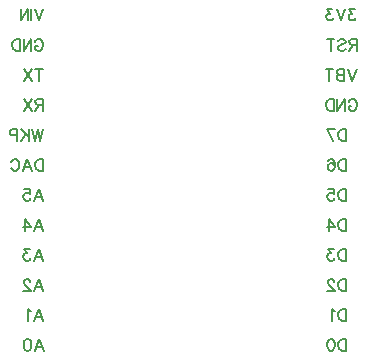
<source format=gbo>
G04 Layer: BottomSilkLayer*
G04 EasyEDA v6.3.53, 2020-06-18T19:39:47--4:00*
G04 e7e3e9cc35ab4c03949e4311758ff5c7,7c2c677999ea4ec384e77b3a21fa14ba,10*
G04 Gerber Generator version 0.2*
G04 Scale: 100 percent, Rotated: No, Reflected: No *
G04 Dimensions in millimeters *
G04 leading zeros omitted , absolute positions ,3 integer and 3 decimal *
%FSLAX33Y33*%
%MOMM*%
G90*
G71D02*

%ADD19C,0.152400*%
%ADD20C,0.144780*%

%LPD*%
G54D19*
G01X32893Y43099D02*
G01X32893Y42129D01*
G01X32893Y43099D02*
G01X32569Y43099D01*
G01X32431Y43053D01*
G01X32338Y42960D01*
G01X32292Y42868D01*
G01X32246Y42729D01*
G01X32246Y42498D01*
G01X32292Y42360D01*
G01X32338Y42267D01*
G01X32431Y42175D01*
G01X32569Y42129D01*
G01X32893Y42129D01*
G01X31664Y43099D02*
G01X31803Y43053D01*
G01X31895Y42914D01*
G01X31941Y42683D01*
G01X31941Y42545D01*
G01X31895Y42314D01*
G01X31803Y42175D01*
G01X31664Y42129D01*
G01X31572Y42129D01*
G01X31433Y42175D01*
G01X31341Y42314D01*
G01X31295Y42545D01*
G01X31295Y42683D01*
G01X31341Y42914D01*
G01X31433Y43053D01*
G01X31572Y43099D01*
G01X31664Y43099D01*
G01X6920Y43099D02*
G01X7289Y42129D01*
G01X6920Y43099D02*
G01X6550Y42129D01*
G01X7151Y42452D02*
G01X6689Y42452D01*
G01X5969Y43099D02*
G01X6107Y43053D01*
G01X6199Y42914D01*
G01X6246Y42683D01*
G01X6246Y42545D01*
G01X6199Y42314D01*
G01X6107Y42175D01*
G01X5969Y42129D01*
G01X5876Y42129D01*
G01X5738Y42175D01*
G01X5645Y42314D01*
G01X5599Y42545D01*
G01X5599Y42683D01*
G01X5645Y42914D01*
G01X5738Y43053D01*
G01X5876Y43099D01*
G01X5969Y43099D01*
G54D20*
G01X33633Y71011D02*
G01X33150Y71011D01*
G01X33413Y70660D01*
G01X33282Y70660D01*
G01X33194Y70616D01*
G01X33150Y70572D01*
G01X33106Y70441D01*
G01X33106Y70353D01*
G01X33150Y70221D01*
G01X33238Y70134D01*
G01X33370Y70090D01*
G01X33501Y70090D01*
G01X33633Y70134D01*
G01X33677Y70177D01*
G01X33721Y70265D01*
G01X32817Y71011D02*
G01X32466Y70090D01*
G01X32115Y71011D02*
G01X32466Y70090D01*
G01X31737Y71011D02*
G01X31255Y71011D01*
G01X31518Y70660D01*
G01X31387Y70660D01*
G01X31299Y70616D01*
G01X31255Y70572D01*
G01X31211Y70441D01*
G01X31211Y70353D01*
G01X31255Y70221D01*
G01X31343Y70134D01*
G01X31474Y70090D01*
G01X31606Y70090D01*
G01X31737Y70134D01*
G01X31781Y70177D01*
G01X31825Y70265D01*
G54D19*
G01X33807Y68499D02*
G01X33807Y67529D01*
G01X33807Y68499D02*
G01X33391Y68499D01*
G01X33253Y68453D01*
G01X33207Y68406D01*
G01X33160Y68314D01*
G01X33160Y68222D01*
G01X33207Y68129D01*
G01X33253Y68083D01*
G01X33391Y68037D01*
G01X33807Y68037D01*
G01X33484Y68037D02*
G01X33160Y67529D01*
G01X32209Y68360D02*
G01X32301Y68453D01*
G01X32440Y68499D01*
G01X32625Y68499D01*
G01X32763Y68453D01*
G01X32856Y68360D01*
G01X32856Y68268D01*
G01X32809Y68175D01*
G01X32763Y68129D01*
G01X32671Y68083D01*
G01X32394Y67991D01*
G01X32301Y67945D01*
G01X32255Y67898D01*
G01X32209Y67806D01*
G01X32209Y67667D01*
G01X32301Y67575D01*
G01X32440Y67529D01*
G01X32625Y67529D01*
G01X32763Y67575D01*
G01X32856Y67667D01*
G01X31581Y68499D02*
G01X31581Y67529D01*
G01X31904Y68499D02*
G01X31258Y68499D01*
G01X33807Y65959D02*
G01X33437Y64989D01*
G01X33068Y65959D02*
G01X33437Y64989D01*
G01X32763Y65959D02*
G01X32763Y64989D01*
G01X32763Y65959D02*
G01X32348Y65959D01*
G01X32209Y65913D01*
G01X32163Y65866D01*
G01X32117Y65774D01*
G01X32117Y65682D01*
G01X32163Y65589D01*
G01X32209Y65543D01*
G01X32348Y65497D01*
G01X32763Y65497D02*
G01X32348Y65497D01*
G01X32209Y65451D01*
G01X32163Y65405D01*
G01X32117Y65312D01*
G01X32117Y65174D01*
G01X32163Y65081D01*
G01X32209Y65035D01*
G01X32348Y64989D01*
G01X32763Y64989D01*
G01X31489Y65959D02*
G01X31489Y64989D01*
G01X31812Y65959D02*
G01X31165Y65959D01*
G01X33114Y63188D02*
G01X33160Y63280D01*
G01X33253Y63373D01*
G01X33345Y63419D01*
G01X33530Y63419D01*
G01X33622Y63373D01*
G01X33715Y63280D01*
G01X33761Y63188D01*
G01X33807Y63049D01*
G01X33807Y62818D01*
G01X33761Y62680D01*
G01X33715Y62587D01*
G01X33622Y62495D01*
G01X33530Y62449D01*
G01X33345Y62449D01*
G01X33253Y62495D01*
G01X33160Y62587D01*
G01X33114Y62680D01*
G01X33114Y62818D01*
G01X33345Y62818D02*
G01X33114Y62818D01*
G01X32809Y63419D02*
G01X32809Y62449D01*
G01X32809Y63419D02*
G01X32163Y62449D01*
G01X32163Y63419D02*
G01X32163Y62449D01*
G01X31858Y63419D02*
G01X31858Y62449D01*
G01X31858Y63419D02*
G01X31535Y63419D01*
G01X31396Y63373D01*
G01X31304Y63280D01*
G01X31258Y63188D01*
G01X31211Y63049D01*
G01X31211Y62818D01*
G01X31258Y62680D01*
G01X31304Y62587D01*
G01X31396Y62495D01*
G01X31535Y62449D01*
G01X31858Y62449D01*
G01X32893Y60879D02*
G01X32893Y59909D01*
G01X32893Y60879D02*
G01X32569Y60879D01*
G01X32431Y60833D01*
G01X32338Y60740D01*
G01X32292Y60648D01*
G01X32246Y60509D01*
G01X32246Y60278D01*
G01X32292Y60140D01*
G01X32338Y60047D01*
G01X32431Y59955D01*
G01X32569Y59909D01*
G01X32893Y59909D01*
G01X31295Y60879D02*
G01X31756Y59909D01*
G01X31941Y60879D02*
G01X31295Y60879D01*
G01X32893Y58339D02*
G01X32893Y57369D01*
G01X32893Y58339D02*
G01X32569Y58339D01*
G01X32431Y58293D01*
G01X32338Y58200D01*
G01X32292Y58108D01*
G01X32246Y57969D01*
G01X32246Y57738D01*
G01X32292Y57600D01*
G01X32338Y57507D01*
G01X32431Y57415D01*
G01X32569Y57369D01*
G01X32893Y57369D01*
G01X31387Y58200D02*
G01X31433Y58293D01*
G01X31572Y58339D01*
G01X31664Y58339D01*
G01X31803Y58293D01*
G01X31895Y58154D01*
G01X31941Y57923D01*
G01X31941Y57692D01*
G01X31895Y57507D01*
G01X31803Y57415D01*
G01X31664Y57369D01*
G01X31618Y57369D01*
G01X31479Y57415D01*
G01X31387Y57507D01*
G01X31341Y57646D01*
G01X31341Y57692D01*
G01X31387Y57831D01*
G01X31479Y57923D01*
G01X31618Y57969D01*
G01X31664Y57969D01*
G01X31803Y57923D01*
G01X31895Y57831D01*
G01X31941Y57692D01*
G01X32893Y55799D02*
G01X32893Y54829D01*
G01X32893Y55799D02*
G01X32569Y55799D01*
G01X32431Y55753D01*
G01X32338Y55660D01*
G01X32292Y55568D01*
G01X32246Y55429D01*
G01X32246Y55198D01*
G01X32292Y55060D01*
G01X32338Y54967D01*
G01X32431Y54875D01*
G01X32569Y54829D01*
G01X32893Y54829D01*
G01X31387Y55799D02*
G01X31849Y55799D01*
G01X31895Y55383D01*
G01X31849Y55429D01*
G01X31710Y55475D01*
G01X31572Y55475D01*
G01X31433Y55429D01*
G01X31341Y55337D01*
G01X31295Y55198D01*
G01X31295Y55106D01*
G01X31341Y54967D01*
G01X31433Y54875D01*
G01X31572Y54829D01*
G01X31710Y54829D01*
G01X31849Y54875D01*
G01X31895Y54921D01*
G01X31941Y55014D01*
G01X32893Y53259D02*
G01X32893Y52289D01*
G01X32893Y53259D02*
G01X32569Y53259D01*
G01X32431Y53213D01*
G01X32338Y53120D01*
G01X32292Y53028D01*
G01X32246Y52889D01*
G01X32246Y52658D01*
G01X32292Y52520D01*
G01X32338Y52427D01*
G01X32431Y52335D01*
G01X32569Y52289D01*
G01X32893Y52289D01*
G01X31479Y53259D02*
G01X31941Y52612D01*
G01X31248Y52612D01*
G01X31479Y53259D02*
G01X31479Y52289D01*
G01X32893Y50719D02*
G01X32893Y49749D01*
G01X32893Y50719D02*
G01X32569Y50719D01*
G01X32431Y50673D01*
G01X32338Y50580D01*
G01X32292Y50488D01*
G01X32246Y50349D01*
G01X32246Y50118D01*
G01X32292Y49980D01*
G01X32338Y49887D01*
G01X32431Y49795D01*
G01X32569Y49749D01*
G01X32893Y49749D01*
G01X31849Y50719D02*
G01X31341Y50719D01*
G01X31618Y50349D01*
G01X31479Y50349D01*
G01X31387Y50303D01*
G01X31341Y50257D01*
G01X31295Y50118D01*
G01X31295Y50026D01*
G01X31341Y49887D01*
G01X31433Y49795D01*
G01X31572Y49749D01*
G01X31710Y49749D01*
G01X31849Y49795D01*
G01X31895Y49841D01*
G01X31941Y49934D01*
G01X32893Y48179D02*
G01X32893Y47209D01*
G01X32893Y48179D02*
G01X32569Y48179D01*
G01X32431Y48133D01*
G01X32338Y48040D01*
G01X32292Y47948D01*
G01X32246Y47809D01*
G01X32246Y47578D01*
G01X32292Y47440D01*
G01X32338Y47347D01*
G01X32431Y47255D01*
G01X32569Y47209D01*
G01X32893Y47209D01*
G01X31895Y47948D02*
G01X31895Y47994D01*
G01X31849Y48086D01*
G01X31803Y48133D01*
G01X31710Y48179D01*
G01X31526Y48179D01*
G01X31433Y48133D01*
G01X31387Y48086D01*
G01X31341Y47994D01*
G01X31341Y47902D01*
G01X31387Y47809D01*
G01X31479Y47671D01*
G01X31941Y47209D01*
G01X31295Y47209D01*
G01X32893Y45639D02*
G01X32893Y44669D01*
G01X32893Y45639D02*
G01X32569Y45639D01*
G01X32431Y45593D01*
G01X32338Y45500D01*
G01X32292Y45408D01*
G01X32246Y45269D01*
G01X32246Y45038D01*
G01X32292Y44900D01*
G01X32338Y44807D01*
G01X32431Y44715D01*
G01X32569Y44669D01*
G01X32893Y44669D01*
G01X31941Y45454D02*
G01X31849Y45500D01*
G01X31710Y45639D01*
G01X31710Y44669D01*
G01X6869Y45639D02*
G01X7239Y44669D01*
G01X6869Y45639D02*
G01X6500Y44669D01*
G01X7100Y44992D02*
G01X6638Y44992D01*
G01X6195Y45454D02*
G01X6102Y45500D01*
G01X5964Y45639D01*
G01X5964Y44669D01*
G01X6869Y48179D02*
G01X7239Y47209D01*
G01X6869Y48179D02*
G01X6500Y47209D01*
G01X7100Y47532D02*
G01X6638Y47532D01*
G01X6149Y47948D02*
G01X6149Y47994D01*
G01X6102Y48086D01*
G01X6056Y48133D01*
G01X5964Y48179D01*
G01X5779Y48179D01*
G01X5687Y48133D01*
G01X5641Y48086D01*
G01X5594Y47994D01*
G01X5594Y47902D01*
G01X5641Y47809D01*
G01X5733Y47671D01*
G01X6195Y47209D01*
G01X5548Y47209D01*
G01X6869Y50719D02*
G01X7239Y49749D01*
G01X6869Y50719D02*
G01X6500Y49749D01*
G01X7100Y50072D02*
G01X6638Y50072D01*
G01X6102Y50719D02*
G01X5594Y50719D01*
G01X5872Y50349D01*
G01X5733Y50349D01*
G01X5641Y50303D01*
G01X5594Y50257D01*
G01X5548Y50118D01*
G01X5548Y50026D01*
G01X5594Y49887D01*
G01X5687Y49795D01*
G01X5825Y49749D01*
G01X5964Y49749D01*
G01X6102Y49795D01*
G01X6149Y49841D01*
G01X6195Y49934D01*
G01X6869Y53259D02*
G01X7239Y52289D01*
G01X6869Y53259D02*
G01X6500Y52289D01*
G01X7100Y52612D02*
G01X6638Y52612D01*
G01X5733Y53259D02*
G01X6195Y52612D01*
G01X5502Y52612D01*
G01X5733Y53259D02*
G01X5733Y52289D01*
G01X6869Y55799D02*
G01X7239Y54829D01*
G01X6869Y55799D02*
G01X6500Y54829D01*
G01X7100Y55152D02*
G01X6638Y55152D01*
G01X5641Y55799D02*
G01X6102Y55799D01*
G01X6149Y55383D01*
G01X6102Y55429D01*
G01X5964Y55475D01*
G01X5825Y55475D01*
G01X5687Y55429D01*
G01X5594Y55337D01*
G01X5548Y55198D01*
G01X5548Y55106D01*
G01X5594Y54967D01*
G01X5687Y54875D01*
G01X5825Y54829D01*
G01X5964Y54829D01*
G01X6102Y54875D01*
G01X6149Y54921D01*
G01X6195Y55014D01*
G01X7239Y58339D02*
G01X7239Y57369D01*
G01X7239Y58339D02*
G01X6915Y58339D01*
G01X6777Y58293D01*
G01X6684Y58200D01*
G01X6638Y58108D01*
G01X6592Y57969D01*
G01X6592Y57738D01*
G01X6638Y57600D01*
G01X6684Y57507D01*
G01X6777Y57415D01*
G01X6915Y57369D01*
G01X7239Y57369D01*
G01X5918Y58339D02*
G01X6287Y57369D01*
G01X5918Y58339D02*
G01X5548Y57369D01*
G01X6149Y57692D02*
G01X5687Y57692D01*
G01X4551Y58108D02*
G01X4597Y58200D01*
G01X4689Y58293D01*
G01X4782Y58339D01*
G01X4966Y58339D01*
G01X5059Y58293D01*
G01X5151Y58200D01*
G01X5197Y58108D01*
G01X5243Y57969D01*
G01X5243Y57738D01*
G01X5197Y57600D01*
G01X5151Y57507D01*
G01X5059Y57415D01*
G01X4966Y57369D01*
G01X4782Y57369D01*
G01X4689Y57415D01*
G01X4597Y57507D01*
G01X4551Y57600D01*
G01X7239Y60879D02*
G01X7008Y59909D01*
G01X6777Y60879D02*
G01X7008Y59909D01*
G01X6777Y60879D02*
G01X6546Y59909D01*
G01X6315Y60879D02*
G01X6546Y59909D01*
G01X6010Y60879D02*
G01X6010Y59909D01*
G01X5364Y60879D02*
G01X6010Y60232D01*
G01X5779Y60463D02*
G01X5364Y59909D01*
G01X5059Y60879D02*
G01X5059Y59909D01*
G01X5059Y60879D02*
G01X4643Y60879D01*
G01X4505Y60833D01*
G01X4458Y60786D01*
G01X4412Y60694D01*
G01X4412Y60555D01*
G01X4458Y60463D01*
G01X4505Y60417D01*
G01X4643Y60371D01*
G01X5059Y60371D01*
G01X7239Y63419D02*
G01X7239Y62449D01*
G01X7239Y63419D02*
G01X6823Y63419D01*
G01X6684Y63373D01*
G01X6638Y63326D01*
G01X6592Y63234D01*
G01X6592Y63142D01*
G01X6638Y63049D01*
G01X6684Y63003D01*
G01X6823Y62957D01*
G01X7239Y62957D01*
G01X6915Y62957D02*
G01X6592Y62449D01*
G01X6287Y63419D02*
G01X5641Y62449D01*
G01X5641Y63419D02*
G01X6287Y62449D01*
G01X6915Y65959D02*
G01X6915Y64989D01*
G01X7239Y65959D02*
G01X6592Y65959D01*
G01X6287Y65959D02*
G01X5641Y64989D01*
G01X5641Y65959D02*
G01X6287Y64989D01*
G01X6546Y68268D02*
G01X6592Y68360D01*
G01X6684Y68453D01*
G01X6777Y68499D01*
G01X6961Y68499D01*
G01X7054Y68453D01*
G01X7146Y68360D01*
G01X7192Y68268D01*
G01X7239Y68129D01*
G01X7239Y67898D01*
G01X7192Y67760D01*
G01X7146Y67667D01*
G01X7054Y67575D01*
G01X6961Y67529D01*
G01X6777Y67529D01*
G01X6684Y67575D01*
G01X6592Y67667D01*
G01X6546Y67760D01*
G01X6546Y67898D01*
G01X6777Y67898D02*
G01X6546Y67898D01*
G01X6241Y68499D02*
G01X6241Y67529D01*
G01X6241Y68499D02*
G01X5594Y67529D01*
G01X5594Y68499D02*
G01X5594Y67529D01*
G01X5290Y68499D02*
G01X5290Y67529D01*
G01X5290Y68499D02*
G01X4966Y68499D01*
G01X4828Y68453D01*
G01X4735Y68360D01*
G01X4689Y68268D01*
G01X4643Y68129D01*
G01X4643Y67898D01*
G01X4689Y67760D01*
G01X4735Y67667D01*
G01X4828Y67575D01*
G01X4966Y67529D01*
G01X5290Y67529D01*
G54D20*
G01X7239Y71011D02*
G01X6888Y70090D01*
G01X6537Y71011D02*
G01X6888Y70090D01*
G01X6247Y71011D02*
G01X6247Y70090D01*
G01X5957Y71011D02*
G01X5957Y70090D01*
G01X5957Y71011D02*
G01X5343Y70090D01*
G01X5343Y71011D02*
G01X5343Y70090D01*
M00*
M02*

</source>
